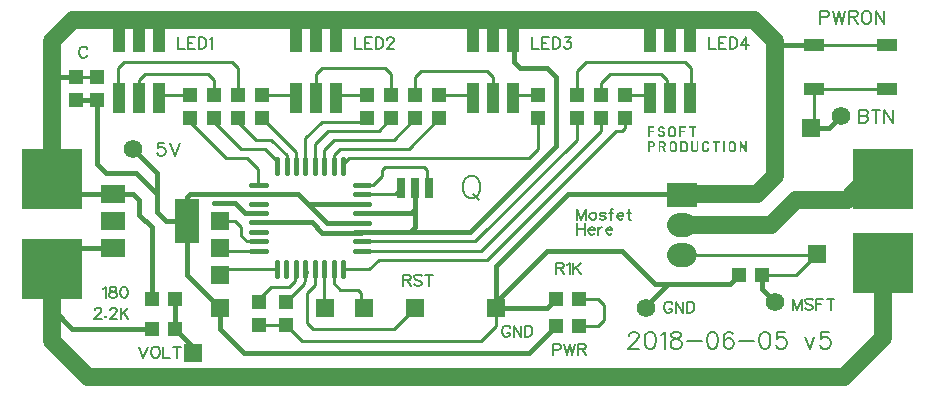
<source format=gtl>
G04 ---------------------------- Layer name :TOP LAYER*
G04 EasyEDA v5.5.11, Mon, 04 Jun 2018 22:37:14 GMT*
G04 4e3370736bcd402486d42fd13c25843b*
G04 Gerber Generator version 0.2*
G04 Scale: 100 percent, Rotated: No, Reflected: No *
G04 Dimensions in millimeters *
G04 leading zeros omitted , absolute positions ,3 integer and 3 decimal *
%FSLAX33Y33*%
%MOMM*%
G90*
G71D02*

%ADD10C,0.254000*%
%ADD11C,0.399999*%
%ADD12C,1.499997*%
%ADD13C,0.450012*%
%ADD14C,0.177800*%
%ADD15C,0.203200*%
%ADD16C,0.178003*%
%ADD17C,1.575054*%
%ADD18R,1.999996X3.799992*%
%ADD19R,1.999996X1.499997*%
%ADD20R,0.701040X1.699260*%
%ADD21R,1.799996X1.099998*%
%ADD22R,1.099998X2.499995*%
%ADD23R,1.206500X1.206500*%
%ADD24R,1.206500X1.206998*%
%ADD25R,1.206500X1.207008*%
%ADD26C,1.574800*%
%ADD27R,2.499995X1.999996*%
%ADD28R,1.574800X1.574800*%
%ADD29R,1.574800X1.575054*%
%ADD30R,1.575054X1.575054*%
%ADD31R,1.575054X1.575003*%
%ADD32R,1.999996X1.999996*%
%ADD33C,1.999996*%

%LPD*%
G54D11*
G01X7368Y24686D02*
G01X5593Y24686D01*
G01X5590Y24688D01*
G54D10*
G01X29768Y17526D02*
G01X30734Y17526D01*
G01X31496Y18288D01*
G01X31496Y18796D01*
G01X31750Y19050D01*
G01X35052Y19050D01*
G01X35306Y18796D01*
G01X35306Y17449D01*
G01X35483Y17272D01*
G01X29768Y16725D02*
G01X32550Y16725D01*
G01X33096Y17272D01*
G54D11*
G01X29768Y15925D02*
G01X25222Y15925D01*
G01X24384Y16764D01*
G01X21059Y16764D01*
G01X21031Y16736D01*
G01X29768Y14328D02*
G01X26819Y14328D01*
G01X25222Y15925D01*
G01X21031Y14338D02*
G01X25539Y14338D01*
G01X26416Y13462D01*
G01X29702Y13462D01*
G01X29768Y13528D01*
G01X29768Y15125D02*
G01X33921Y15125D01*
G01X34290Y15494D01*
G01X34290Y17272D01*
G01X29768Y13528D02*
G01X33848Y13528D01*
G01X34290Y13970D01*
G01X34290Y15494D01*
G54D10*
G01X74272Y29370D02*
G01X68072Y29370D01*
G54D12*
G01X3556Y10414D02*
G01X3556Y4318D01*
G01X6604Y1270D01*
G01X70612Y1270D01*
G01X73914Y4572D01*
G01X73914Y10922D01*
G01X3556Y17272D02*
G01X3556Y29718D01*
G01X5334Y31496D01*
G01X62992Y31496D01*
G01X64770Y29718D01*
G01X64770Y18288D01*
G01X63246Y16764D01*
G01X57023Y16764D01*
G01X56896Y16637D01*
G54D11*
G01X68072Y29370D02*
G01X64930Y29370D01*
G01X64262Y28702D01*
G54D12*
G01X56896Y14097D02*
G01X64389Y14097D01*
G01X66548Y16256D01*
G01X70866Y16256D01*
G01X73914Y19558D01*
G54D10*
G01X74272Y25669D02*
G01X68072Y25669D01*
G01X68072Y25669D02*
G01X68072Y22606D01*
G01X68326Y22352D01*
G01X56896Y11557D02*
G01X68199Y11557D01*
G01X68326Y11684D01*
G01X63703Y9906D02*
G01X66548Y9906D01*
G01X68072Y11430D01*
G01X68326Y11684D01*
G54D11*
G01X8686Y16776D02*
G01X4813Y16776D01*
G01X3556Y18034D01*
G01X8686Y12176D02*
G01X5318Y12176D01*
G01X3556Y10414D01*
G01X21031Y15135D02*
G01X19916Y15135D01*
G01X19050Y16002D01*
G01X17272Y16002D01*
G01X21031Y16736D02*
G01X15212Y16736D01*
G01X14986Y16510D01*
G01X14986Y14478D01*
G01X14986Y14478D02*
G01X14986Y9906D01*
G01X17780Y7112D01*
G01X46228Y5588D02*
G01X43942Y3302D01*
G01X19812Y3302D01*
G01X17780Y5334D01*
G01X17780Y7112D01*
G54D10*
G01X21031Y12738D02*
G01X20027Y12738D01*
G01X19558Y13208D01*
G01X19558Y13970D01*
G01X19050Y14478D01*
G01X17780Y14478D01*
G01X21031Y11938D02*
G01X18288Y11938D01*
G01X17780Y12446D01*
G01X22595Y10363D02*
G01X18237Y10363D01*
G01X17780Y9906D01*
G01X48260Y5334D02*
G01X48260Y5588D01*
G01X49784Y5588D01*
G01X50292Y6096D01*
G01X50292Y7366D01*
G01X49784Y7874D01*
G01X48511Y7874D01*
G01X9182Y29522D02*
G01X9182Y31487D01*
G01X9190Y31496D01*
G01X10881Y29522D02*
G01X10881Y31382D01*
G01X10995Y31496D01*
G01X12666Y31496D02*
G01X12666Y29607D01*
G01X12580Y29522D01*
G01X24180Y29522D02*
G01X24180Y31344D01*
G01X24029Y31496D01*
G01X25833Y31496D02*
G01X25833Y29568D01*
G01X25880Y29522D01*
G01X27581Y29522D02*
G01X27581Y31372D01*
G01X27705Y31496D01*
G01X38734Y31496D02*
G01X39182Y29522D01*
G01X39182Y29522D01*
G01X40881Y29522D02*
G01X40881Y31354D01*
G01X40739Y31496D01*
G01X42611Y31496D02*
G01X42611Y29553D01*
G01X42580Y29522D01*
G01X54180Y29522D02*
G01X54180Y31423D01*
G01X54108Y31496D01*
G01X55979Y31496D02*
G01X55979Y29622D01*
G01X55880Y29522D01*
G01X57581Y29522D02*
G01X57581Y31493D01*
G01X57583Y31496D01*
G54D11*
G01X33053Y13528D02*
G01X38928Y13528D01*
G01X46228Y20828D01*
G01X46228Y26670D01*
G01X45466Y27432D01*
G01X43180Y27432D01*
G01X42697Y27914D01*
G01X42593Y30032D01*
G54D10*
G01X24206Y19126D02*
G01X24206Y20297D01*
G01X21338Y23164D01*
G01X23406Y19126D02*
G01X23406Y20027D01*
G01X22098Y21336D01*
G01X20828Y21336D01*
G01X19306Y22857D01*
G01X19306Y23164D01*
G01X22606Y19126D02*
G01X22606Y19558D01*
G01X21590Y20574D01*
G01X19558Y20574D01*
G01X17274Y22857D01*
G01X17274Y23164D01*
G01X21031Y17536D02*
G01X21031Y18846D01*
G01X20066Y19812D01*
G01X18288Y19812D01*
G01X15242Y22857D01*
G01X15242Y23164D01*
G01X25006Y19126D02*
G01X25006Y21450D01*
G01X26416Y22860D01*
G01X29923Y22860D01*
G01X30228Y23164D01*
G01X25803Y19126D02*
G01X25803Y20977D01*
G01X26924Y22098D01*
G01X31196Y22098D01*
G01X32260Y23162D01*
G01X26603Y19126D02*
G01X26603Y20507D01*
G01X27432Y21336D01*
G01X32463Y21336D01*
G01X34292Y23164D01*
G01X27404Y19126D02*
G01X27404Y20038D01*
G01X27940Y20574D01*
G01X33733Y20574D01*
G01X36324Y23164D01*
G01X15242Y25146D02*
G01X12936Y25146D01*
G01X12621Y24831D01*
G01X21338Y25146D02*
G01X23893Y25146D01*
G01X24208Y24831D01*
G01X30228Y25146D02*
G01X27924Y25146D01*
G01X27609Y24831D01*
G01X36324Y25146D02*
G01X38879Y25146D01*
G01X39194Y24831D01*
G01X44706Y25146D02*
G01X42908Y25146D01*
G01X42593Y24831D01*
G01X52072Y25146D02*
G01X53865Y25146D01*
G01X54180Y24831D01*
G01X50040Y25146D02*
G01X50040Y26164D01*
G01X50800Y26924D01*
G01X55118Y26924D01*
G01X55626Y26416D01*
G01X55626Y25085D01*
G01X55880Y24831D01*
G01X48008Y25146D02*
G01X48008Y27180D01*
G01X48768Y27940D01*
G01X57150Y27940D01*
G01X57658Y27432D01*
G01X57658Y24907D01*
G01X57581Y24831D01*
G01X29768Y12727D02*
G01X39397Y12727D01*
G01X48006Y21336D01*
G01X48006Y23162D01*
G01X48008Y23164D01*
G01X29768Y11927D02*
G01X39867Y11927D01*
G01X50038Y22098D01*
G01X50038Y23162D01*
G01X50040Y23164D01*
G01X28194Y10363D02*
G01X30429Y10363D01*
G01X31242Y11176D01*
G01X40386Y11176D01*
G01X51308Y22098D01*
G01X51816Y22098D01*
G01X52070Y22352D01*
G01X52070Y23162D01*
G01X52072Y23164D01*
G01X28204Y19126D02*
G01X28204Y19314D01*
G01X28702Y19812D01*
G01X43942Y19812D01*
G01X44704Y20574D01*
G01X44704Y23162D01*
G01X44706Y23164D01*
G01X34292Y25146D02*
G01X34290Y26670D01*
G01X34798Y27178D01*
G01X40386Y27178D01*
G01X40894Y26670D01*
G01X40894Y24831D01*
G01X32260Y25143D02*
G01X32258Y26924D01*
G01X31750Y27432D01*
G01X26416Y27432D01*
G01X25908Y26924D01*
G01X25908Y24831D01*
G01X10922Y24831D02*
G01X10922Y26416D01*
G01X11430Y26924D01*
G01X16764Y26924D01*
G01X17272Y26416D01*
G01X17272Y25148D01*
G01X17274Y25146D01*
G01X19306Y25146D02*
G01X19306Y27429D01*
G01X18796Y27940D01*
G01X9652Y27940D01*
G01X9144Y27432D01*
G01X9144Y24909D01*
G01X9222Y24831D01*
G54D11*
G01X5336Y26670D02*
G01X3711Y26670D01*
G01X3556Y26825D01*
G01X41148Y7112D02*
G01X41148Y10668D01*
G01X47244Y16764D01*
G01X56769Y16764D01*
G01X56896Y16637D01*
G01X41148Y7112D02*
G01X40640Y7112D01*
G01X45466Y11938D01*
G01X51816Y11938D01*
G01X54610Y9144D01*
G01X60962Y9144D01*
G01X61724Y9903D01*
G54D10*
G01X7368Y26667D02*
G01X5593Y26667D01*
G01X5590Y26670D01*
G01X27393Y10363D02*
G01X27393Y9182D01*
G01X27940Y8636D01*
G01X29464Y8636D01*
G01X29718Y8382D01*
G01X29718Y7366D01*
G01X29972Y7112D01*
G01X26593Y10363D02*
G01X26593Y7188D01*
G01X26670Y7112D01*
G01X25793Y10363D02*
G01X25793Y9029D01*
G01X25146Y8382D01*
G01X25146Y5842D01*
G01X25654Y5334D01*
G01X32512Y5334D01*
G01X34290Y7112D01*
G01X41148Y7112D02*
G01X41148Y5588D01*
G01X39878Y4318D01*
G01X24691Y4318D01*
G01X23370Y5638D01*
G01X21083Y5637D02*
G01X23371Y5637D01*
G01X23371Y7618D02*
G01X23371Y7623D01*
G01X24892Y9144D01*
G01X25146Y10213D01*
G01X24996Y10363D01*
G01X21083Y7618D02*
G01X21083Y7875D01*
G01X22098Y8890D01*
G01X23622Y8890D01*
G01X24130Y9398D01*
G01X24130Y10297D01*
G01X24196Y10363D01*
G54D11*
G01X14986Y14478D02*
G01X13208Y14478D01*
G01X12446Y15240D01*
G01X12446Y16764D01*
G01X10668Y18542D01*
G01X8128Y18542D01*
G01X7366Y19304D01*
G01X7366Y24686D01*
G01X7367Y24687D01*
G01X12446Y16764D02*
G01X12446Y18542D01*
G01X10414Y20574D01*
G01X68326Y22352D02*
G01X69342Y22352D01*
G01X70358Y23368D01*
G01X63704Y9904D02*
G01X63704Y8685D01*
G01X64770Y7620D01*
G01X53848Y7112D02*
G01X53713Y7112D01*
G01X55745Y9144D01*
G01X11990Y7872D02*
G01X11990Y13917D01*
G01X10922Y14986D01*
G01X10922Y16256D01*
G01X10414Y16764D01*
G01X8699Y16764D01*
G01X8685Y16777D01*
G01X15494Y3302D02*
G01X15494Y3810D01*
G01X13971Y5332D01*
G01X13971Y5332D02*
G01X13971Y7872D01*
G01X11990Y5332D02*
G01X5282Y5332D01*
G01X3556Y7058D01*
G01X41148Y7112D02*
G01X45463Y7112D01*
G01X46226Y7875D01*
G54D13*
G01X28194Y9763D02*
G01X28194Y10962D01*
G01X27393Y9763D02*
G01X27393Y10962D01*
G01X26593Y9763D02*
G01X26593Y10962D01*
G01X25793Y9763D02*
G01X25793Y10962D01*
G01X24996Y9763D02*
G01X24996Y10962D01*
G01X24196Y9763D02*
G01X24196Y10962D01*
G01X23395Y9763D02*
G01X23395Y10962D01*
G01X22595Y9763D02*
G01X22595Y10962D01*
G01X21630Y11938D02*
G01X20431Y11938D01*
G01X21630Y12738D02*
G01X20431Y12738D01*
G01X21630Y13538D02*
G01X20431Y13538D01*
G01X21630Y14338D02*
G01X20431Y14338D01*
G01X21630Y15135D02*
G01X20431Y15135D01*
G01X21630Y15935D02*
G01X20431Y15935D01*
G01X21630Y16736D02*
G01X20431Y16736D01*
G01X21630Y17536D02*
G01X20431Y17536D01*
G01X22606Y18526D02*
G01X22606Y19725D01*
G01X23406Y18526D02*
G01X23406Y19725D01*
G01X24206Y18526D02*
G01X24206Y19725D01*
G01X25006Y18526D02*
G01X25006Y19725D01*
G01X25803Y18526D02*
G01X25803Y19725D01*
G01X26603Y18526D02*
G01X26603Y19725D01*
G01X27404Y18526D02*
G01X27404Y19725D01*
G01X28204Y18526D02*
G01X28204Y19725D01*
G01X30368Y17526D02*
G01X29169Y17526D01*
G01X30368Y16725D02*
G01X29169Y16725D01*
G01X30368Y15925D02*
G01X29169Y15925D01*
G01X30368Y15125D02*
G01X29169Y15125D01*
G01X30368Y14328D02*
G01X29169Y14328D01*
G01X30368Y13528D02*
G01X29169Y13528D01*
G01X30368Y12727D02*
G01X29169Y12727D01*
G01X30368Y11927D02*
G01X29169Y11927D01*
G54D14*
G01X68580Y32257D02*
G01X68580Y31168D01*
G01X68580Y32257D02*
G01X69047Y32257D01*
G01X69202Y32207D01*
G01X69255Y32156D01*
G01X69306Y32052D01*
G01X69306Y31894D01*
G01X69255Y31790D01*
G01X69202Y31739D01*
G01X69047Y31686D01*
G01X68580Y31686D01*
G01X69649Y32257D02*
G01X69910Y31168D01*
G01X70170Y32257D02*
G01X69910Y31168D01*
G01X70170Y32257D02*
G01X70429Y31168D01*
G01X70688Y32257D02*
G01X70429Y31168D01*
G01X71031Y32257D02*
G01X71031Y31168D01*
G01X71031Y32257D02*
G01X71501Y32257D01*
G01X71655Y32207D01*
G01X71706Y32156D01*
G01X71760Y32052D01*
G01X71760Y31948D01*
G01X71706Y31843D01*
G01X71655Y31790D01*
G01X71501Y31739D01*
G01X71031Y31739D01*
G01X71396Y31739D02*
G01X71760Y31168D01*
G01X72415Y32257D02*
G01X72311Y32207D01*
G01X72207Y32103D01*
G01X72153Y31998D01*
G01X72102Y31843D01*
G01X72102Y31584D01*
G01X72153Y31427D01*
G01X72207Y31323D01*
G01X72311Y31219D01*
G01X72415Y31168D01*
G01X72621Y31168D01*
G01X72725Y31219D01*
G01X72829Y31323D01*
G01X72882Y31427D01*
G01X72933Y31584D01*
G01X72933Y31843D01*
G01X72882Y31998D01*
G01X72829Y32103D01*
G01X72725Y32207D01*
G01X72621Y32257D01*
G01X72415Y32257D01*
G01X73276Y32257D02*
G01X73276Y31168D01*
G01X73276Y32257D02*
G01X74002Y31168D01*
G01X74002Y32257D02*
G01X74002Y31168D01*
G54D15*
G01X52392Y4739D02*
G01X52392Y4808D01*
G01X52461Y4942D01*
G01X52529Y5011D01*
G01X52664Y5080D01*
G01X52938Y5080D01*
G01X53073Y5011D01*
G01X53141Y4942D01*
G01X53210Y4808D01*
G01X53210Y4671D01*
G01X53141Y4533D01*
G01X53004Y4330D01*
G01X52324Y3647D01*
G01X53279Y3647D01*
G01X54137Y5080D02*
G01X53931Y5011D01*
G01X53797Y4808D01*
G01X53728Y4467D01*
G01X53728Y4262D01*
G01X53797Y3921D01*
G01X53931Y3716D01*
G01X54137Y3647D01*
G01X54274Y3647D01*
G01X54477Y3716D01*
G01X54615Y3921D01*
G01X54683Y4262D01*
G01X54683Y4467D01*
G01X54615Y4808D01*
G01X54477Y5011D01*
G01X54274Y5080D01*
G01X54137Y5080D01*
G01X55133Y4808D02*
G01X55270Y4876D01*
G01X55473Y5080D01*
G01X55473Y3647D01*
G01X56266Y5080D02*
G01X56060Y5011D01*
G01X55991Y4876D01*
G01X55991Y4739D01*
G01X56060Y4602D01*
G01X56197Y4533D01*
G01X56469Y4467D01*
G01X56675Y4399D01*
G01X56809Y4262D01*
G01X56878Y4124D01*
G01X56878Y3921D01*
G01X56809Y3784D01*
G01X56741Y3716D01*
G01X56537Y3647D01*
G01X56266Y3647D01*
G01X56060Y3716D01*
G01X55991Y3784D01*
G01X55923Y3921D01*
G01X55923Y4124D01*
G01X55991Y4262D01*
G01X56128Y4399D01*
G01X56332Y4467D01*
G01X56606Y4533D01*
G01X56741Y4602D01*
G01X56809Y4739D01*
G01X56809Y4876D01*
G01X56741Y5011D01*
G01X56537Y5080D01*
G01X56266Y5080D01*
G01X57327Y4262D02*
G01X58554Y4262D01*
G01X59415Y5080D02*
G01X59209Y5011D01*
G01X59072Y4808D01*
G01X59006Y4467D01*
G01X59006Y4262D01*
G01X59072Y3921D01*
G01X59209Y3716D01*
G01X59415Y3647D01*
G01X59550Y3647D01*
G01X59756Y3716D01*
G01X59893Y3921D01*
G01X59959Y4262D01*
G01X59959Y4467D01*
G01X59893Y4808D01*
G01X59756Y5011D01*
G01X59550Y5080D01*
G01X59415Y5080D01*
G01X61229Y4876D02*
G01X61160Y5011D01*
G01X60954Y5080D01*
G01X60820Y5080D01*
G01X60614Y5011D01*
G01X60477Y4808D01*
G01X60411Y4467D01*
G01X60411Y4124D01*
G01X60477Y3853D01*
G01X60614Y3716D01*
G01X60820Y3647D01*
G01X60888Y3647D01*
G01X61092Y3716D01*
G01X61229Y3853D01*
G01X61297Y4056D01*
G01X61297Y4124D01*
G01X61229Y4330D01*
G01X61092Y4467D01*
G01X60888Y4533D01*
G01X60820Y4533D01*
G01X60614Y4467D01*
G01X60477Y4330D01*
G01X60411Y4124D01*
G01X61747Y4262D02*
G01X62974Y4262D01*
G01X63832Y5080D02*
G01X63629Y5011D01*
G01X63492Y4808D01*
G01X63423Y4467D01*
G01X63423Y4262D01*
G01X63492Y3921D01*
G01X63629Y3716D01*
G01X63832Y3647D01*
G01X63969Y3647D01*
G01X64173Y3716D01*
G01X64310Y3921D01*
G01X64378Y4262D01*
G01X64378Y4467D01*
G01X64310Y4808D01*
G01X64173Y5011D01*
G01X63969Y5080D01*
G01X63832Y5080D01*
G01X65646Y5080D02*
G01X64965Y5080D01*
G01X64897Y4467D01*
G01X64965Y4533D01*
G01X65168Y4602D01*
G01X65374Y4602D01*
G01X65577Y4533D01*
G01X65714Y4399D01*
G01X65783Y4193D01*
G01X65783Y4056D01*
G01X65714Y3853D01*
G01X65577Y3716D01*
G01X65374Y3647D01*
G01X65168Y3647D01*
G01X64965Y3716D01*
G01X64897Y3784D01*
G01X64828Y3921D01*
G01X67282Y4602D02*
G01X67691Y3647D01*
G01X68102Y4602D02*
G01X67691Y3647D01*
G01X69369Y5080D02*
G01X68686Y5080D01*
G01X68620Y4467D01*
G01X68686Y4533D01*
G01X68892Y4602D01*
G01X69095Y4602D01*
G01X69301Y4533D01*
G01X69438Y4399D01*
G01X69504Y4193D01*
G01X69504Y4056D01*
G01X69438Y3853D01*
G01X69301Y3716D01*
G01X69095Y3647D01*
G01X68892Y3647D01*
G01X68686Y3716D01*
G01X68620Y3784D01*
G01X68552Y3921D01*
G54D14*
G01X13068Y21082D02*
G01X12550Y21082D01*
G01X12496Y20614D01*
G01X12550Y20667D01*
G01X12705Y20718D01*
G01X12862Y20718D01*
G01X13017Y20667D01*
G01X13121Y20563D01*
G01X13172Y20408D01*
G01X13172Y20304D01*
G01X13121Y20147D01*
G01X13017Y20043D01*
G01X12862Y19992D01*
G01X12705Y19992D01*
G01X12550Y20043D01*
G01X12496Y20096D01*
G01X12446Y20200D01*
G01X13515Y21082D02*
G01X13931Y19992D01*
G01X14348Y21082D02*
G01X13931Y19992D01*
G01X56052Y7391D02*
G01X56009Y7482D01*
G01X55918Y7574D01*
G01X55826Y7620D01*
G01X55643Y7620D01*
G01X55554Y7574D01*
G01X55463Y7482D01*
G01X55417Y7391D01*
G01X55372Y7256D01*
G01X55372Y7028D01*
G01X55417Y6891D01*
G01X55463Y6802D01*
G01X55554Y6710D01*
G01X55643Y6664D01*
G01X55826Y6664D01*
G01X55918Y6710D01*
G01X56009Y6802D01*
G01X56052Y6891D01*
G01X56052Y7028D01*
G01X55826Y7028D02*
G01X56052Y7028D01*
G01X56354Y7620D02*
G01X56354Y6664D01*
G01X56354Y7620D02*
G01X56989Y6664D01*
G01X56989Y7620D02*
G01X56989Y6664D01*
G01X57289Y7620D02*
G01X57289Y6664D01*
G01X57289Y7620D02*
G01X57607Y7620D01*
G01X57744Y7574D01*
G01X57835Y7482D01*
G01X57881Y7391D01*
G01X57927Y7256D01*
G01X57927Y7028D01*
G01X57881Y6891D01*
G01X57835Y6802D01*
G01X57744Y6710D01*
G01X57607Y6664D01*
G01X57289Y6664D01*
G01X66294Y7874D02*
G01X66294Y6918D01*
G01X66294Y7874D02*
G01X66657Y6918D01*
G01X67020Y7874D02*
G01X66657Y6918D01*
G01X67020Y7874D02*
G01X67020Y6918D01*
G01X67957Y7736D02*
G01X67866Y7828D01*
G01X67729Y7874D01*
G01X67548Y7874D01*
G01X67411Y7828D01*
G01X67320Y7736D01*
G01X67320Y7645D01*
G01X67365Y7553D01*
G01X67411Y7510D01*
G01X67503Y7465D01*
G01X67774Y7373D01*
G01X67866Y7327D01*
G01X67911Y7282D01*
G01X67957Y7190D01*
G01X67957Y7056D01*
G01X67866Y6964D01*
G01X67729Y6918D01*
G01X67548Y6918D01*
G01X67411Y6964D01*
G01X67320Y7056D01*
G01X68257Y7874D02*
G01X68257Y6918D01*
G01X68257Y7874D02*
G01X68849Y7874D01*
G01X68257Y7419D02*
G01X68620Y7419D01*
G01X69466Y7874D02*
G01X69466Y6918D01*
G01X69148Y7874D02*
G01X69783Y7874D01*
G01X71882Y23876D02*
G01X71882Y22786D01*
G01X71882Y23876D02*
G01X72349Y23876D01*
G01X72504Y23825D01*
G01X72557Y23774D01*
G01X72608Y23670D01*
G01X72608Y23566D01*
G01X72557Y23461D01*
G01X72504Y23408D01*
G01X72349Y23357D01*
G01X71882Y23357D02*
G01X72349Y23357D01*
G01X72504Y23304D01*
G01X72557Y23253D01*
G01X72608Y23149D01*
G01X72608Y22994D01*
G01X72557Y22890D01*
G01X72504Y22837D01*
G01X72349Y22786D01*
G01X71882Y22786D01*
G01X73317Y23876D02*
G01X73317Y22786D01*
G01X72951Y23876D02*
G01X73680Y23876D01*
G01X74023Y23876D02*
G01X74023Y22786D01*
G01X74023Y23876D02*
G01X74749Y22786D01*
G01X74749Y23876D02*
G01X74749Y22786D01*

%LPD*%
G36*
G01X57889Y21590D02*
G01X57739Y21590D01*
G01X57739Y22339D01*
G01X57513Y22339D01*
G01X57513Y22489D01*
G01X58115Y22489D01*
G01X58115Y22339D01*
G01X57889Y22339D01*
G01X57889Y21590D01*
G37*

%LPC*%

%LPD*%
G36*
G01X56824Y21590D02*
G01X56675Y21590D01*
G01X56675Y22489D01*
G01X57213Y22489D01*
G01X57213Y22352D01*
G01X56824Y22352D01*
G01X56824Y22115D01*
G01X57157Y22115D01*
G01X57157Y21976D01*
G01X56824Y21976D01*
G01X56824Y21590D01*
G37*

%LPC*%

%LPD*%
G36*
G01X56210Y21590D02*
G01X55902Y21590D01*
G01X55745Y21739D01*
G01X55745Y22339D01*
G01X55902Y22489D01*
G01X56215Y22489D01*
G01X56372Y22339D01*
G01X56372Y21739D01*
G01X56210Y21590D01*
G37*

%LPC*%
G36*
G01X55895Y21795D02*
G01X55966Y21732D01*
G01X56151Y21732D01*
G01X56215Y21795D01*
G01X56215Y22280D01*
G01X56151Y22352D01*
G01X55966Y22352D01*
G01X55895Y22280D01*
G01X55895Y21795D01*
G37*

%LPD*%
G36*
G01X55295Y21590D02*
G01X54988Y21590D01*
G01X54838Y21739D01*
G01X54838Y21859D01*
G01X54988Y21859D01*
G01X54988Y21800D01*
G01X55049Y21739D01*
G01X55234Y21739D01*
G01X55295Y21800D01*
G01X55295Y21902D01*
G01X55234Y21965D01*
G01X54988Y21965D01*
G01X54838Y22115D01*
G01X54838Y22339D01*
G01X54988Y22489D01*
G01X55295Y22489D01*
G01X55445Y22339D01*
G01X55445Y22227D01*
G01X55295Y22227D01*
G01X55295Y22278D01*
G01X55234Y22339D01*
G01X55049Y22339D01*
G01X54988Y22278D01*
G01X54988Y22176D01*
G01X55049Y22115D01*
G01X55295Y22115D01*
G01X55445Y21965D01*
G01X55445Y21739D01*
G01X55295Y21590D01*
G37*

%LPC*%

%LPD*%
G36*
G01X54147Y21590D02*
G01X53997Y21590D01*
G01X53997Y22489D01*
G01X54538Y22489D01*
G01X54538Y22352D01*
G01X54147Y22352D01*
G01X54147Y22115D01*
G01X54483Y22115D01*
G01X54483Y21976D01*
G01X54147Y21976D01*
G01X54147Y21590D01*
G37*

%LPC*%

%LPD*%
G01X33274Y9906D02*
G01X33274Y8950D01*
G01X33274Y9906D02*
G01X33682Y9906D01*
G01X33820Y9860D01*
G01X33865Y9814D01*
G01X33911Y9723D01*
G01X33911Y9631D01*
G01X33865Y9542D01*
G01X33820Y9497D01*
G01X33682Y9451D01*
G01X33274Y9451D01*
G01X33591Y9451D02*
G01X33911Y8950D01*
G01X34846Y9768D02*
G01X34754Y9860D01*
G01X34620Y9906D01*
G01X34437Y9906D01*
G01X34300Y9860D01*
G01X34211Y9768D01*
G01X34211Y9677D01*
G01X34256Y9585D01*
G01X34300Y9542D01*
G01X34391Y9497D01*
G01X34665Y9405D01*
G01X34754Y9359D01*
G01X34800Y9314D01*
G01X34846Y9222D01*
G01X34846Y9088D01*
G01X34754Y8996D01*
G01X34620Y8950D01*
G01X34437Y8950D01*
G01X34300Y8996D01*
G01X34211Y9088D01*
G01X35466Y9906D02*
G01X35466Y8950D01*
G01X35145Y9906D02*
G01X35783Y9906D01*
G01X42336Y5359D02*
G01X42293Y5450D01*
G01X42202Y5542D01*
G01X42110Y5588D01*
G01X41927Y5588D01*
G01X41838Y5542D01*
G01X41747Y5450D01*
G01X41701Y5359D01*
G01X41656Y5224D01*
G01X41656Y4996D01*
G01X41701Y4859D01*
G01X41747Y4770D01*
G01X41838Y4678D01*
G01X41927Y4632D01*
G01X42110Y4632D01*
G01X42202Y4678D01*
G01X42293Y4770D01*
G01X42336Y4859D01*
G01X42336Y4996D01*
G01X42110Y4996D02*
G01X42336Y4996D01*
G01X42638Y5588D02*
G01X42638Y4632D01*
G01X42638Y5588D02*
G01X43273Y4632D01*
G01X43273Y5588D02*
G01X43273Y4632D01*
G01X43573Y5588D02*
G01X43573Y4632D01*
G01X43573Y5588D02*
G01X43891Y5588D01*
G01X44028Y5542D01*
G01X44119Y5450D01*
G01X44165Y5359D01*
G01X44211Y5224D01*
G01X44211Y4996D01*
G01X44165Y4859D01*
G01X44119Y4770D01*
G01X44028Y4678D01*
G01X43891Y4632D01*
G01X43573Y4632D01*
G01X10922Y3810D02*
G01X11285Y2854D01*
G01X11648Y3810D02*
G01X11285Y2854D01*
G01X12222Y3810D02*
G01X12131Y3764D01*
G01X12039Y3672D01*
G01X11993Y3581D01*
G01X11948Y3446D01*
G01X11948Y3218D01*
G01X11993Y3081D01*
G01X12039Y2992D01*
G01X12131Y2900D01*
G01X12222Y2854D01*
G01X12402Y2854D01*
G01X12494Y2900D01*
G01X12585Y2992D01*
G01X12631Y3081D01*
G01X12677Y3218D01*
G01X12677Y3446D01*
G01X12631Y3581D01*
G01X12585Y3672D01*
G01X12494Y3764D01*
G01X12402Y3810D01*
G01X12222Y3810D01*
G01X12976Y3810D02*
G01X12976Y2854D01*
G01X12976Y2854D02*
G01X13522Y2854D01*
G01X14140Y3810D02*
G01X14140Y2854D01*
G01X13822Y3810D02*
G01X14457Y3810D01*
G01X14224Y30010D02*
G01X14224Y29055D01*
G01X14224Y29055D02*
G01X14770Y29055D01*
G01X15069Y30010D02*
G01X15069Y29055D01*
G01X15069Y30010D02*
G01X15659Y30010D01*
G01X15069Y29555D02*
G01X15433Y29555D01*
G01X15069Y29055D02*
G01X15659Y29055D01*
G01X15961Y30010D02*
G01X15961Y29055D01*
G01X15961Y30010D02*
G01X16278Y30010D01*
G01X16416Y29964D01*
G01X16504Y29872D01*
G01X16550Y29781D01*
G01X16596Y29646D01*
G01X16596Y29418D01*
G01X16550Y29281D01*
G01X16504Y29192D01*
G01X16416Y29100D01*
G01X16278Y29055D01*
G01X15961Y29055D01*
G01X16896Y29827D02*
G01X16987Y29872D01*
G01X17124Y30010D01*
G01X17124Y29055D01*
G01X29210Y30010D02*
G01X29210Y29055D01*
G01X29210Y29055D02*
G01X29756Y29055D01*
G01X30055Y30010D02*
G01X30055Y29055D01*
G01X30055Y30010D02*
G01X30645Y30010D01*
G01X30055Y29555D02*
G01X30419Y29555D01*
G01X30055Y29055D02*
G01X30645Y29055D01*
G01X30947Y30010D02*
G01X30947Y29055D01*
G01X30947Y30010D02*
G01X31264Y30010D01*
G01X31402Y29964D01*
G01X31490Y29872D01*
G01X31536Y29781D01*
G01X31582Y29646D01*
G01X31582Y29418D01*
G01X31536Y29281D01*
G01X31490Y29192D01*
G01X31402Y29100D01*
G01X31264Y29055D01*
G01X30947Y29055D01*
G01X31927Y29781D02*
G01X31927Y29827D01*
G01X31973Y29918D01*
G01X32019Y29964D01*
G01X32110Y30010D01*
G01X32291Y30010D01*
G01X32382Y29964D01*
G01X32428Y29918D01*
G01X32473Y29827D01*
G01X32473Y29735D01*
G01X32428Y29646D01*
G01X32336Y29509D01*
G01X31882Y29055D01*
G01X32519Y29055D01*
G01X44196Y30010D02*
G01X44196Y29055D01*
G01X44196Y29055D02*
G01X44742Y29055D01*
G01X45041Y30010D02*
G01X45041Y29055D01*
G01X45041Y30010D02*
G01X45631Y30010D01*
G01X45041Y29555D02*
G01X45405Y29555D01*
G01X45041Y29055D02*
G01X45631Y29055D01*
G01X45933Y30010D02*
G01X45933Y29055D01*
G01X45933Y30010D02*
G01X46250Y30010D01*
G01X46388Y29964D01*
G01X46476Y29872D01*
G01X46522Y29781D01*
G01X46568Y29646D01*
G01X46568Y29418D01*
G01X46522Y29281D01*
G01X46476Y29192D01*
G01X46388Y29100D01*
G01X46250Y29055D01*
G01X45933Y29055D01*
G01X46959Y30010D02*
G01X47459Y30010D01*
G01X47188Y29646D01*
G01X47322Y29646D01*
G01X47414Y29601D01*
G01X47459Y29555D01*
G01X47505Y29418D01*
G01X47505Y29326D01*
G01X47459Y29192D01*
G01X47368Y29100D01*
G01X47231Y29055D01*
G01X47096Y29055D01*
G01X46959Y29100D01*
G01X46913Y29146D01*
G01X46868Y29237D01*
G01X59182Y30010D02*
G01X59182Y29055D01*
G01X59182Y29055D02*
G01X59728Y29055D01*
G01X60027Y30010D02*
G01X60027Y29055D01*
G01X60027Y30010D02*
G01X60617Y30010D01*
G01X60027Y29555D02*
G01X60391Y29555D01*
G01X60027Y29055D02*
G01X60617Y29055D01*
G01X60919Y30010D02*
G01X60919Y29055D01*
G01X60919Y30010D02*
G01X61236Y30010D01*
G01X61374Y29964D01*
G01X61462Y29872D01*
G01X61508Y29781D01*
G01X61554Y29646D01*
G01X61554Y29418D01*
G01X61508Y29281D01*
G01X61462Y29192D01*
G01X61374Y29100D01*
G01X61236Y29055D01*
G01X60919Y29055D01*
G01X62308Y30010D02*
G01X61854Y29372D01*
G01X62537Y29372D01*
G01X62308Y30010D02*
G01X62308Y29055D01*
G01X38900Y18288D02*
G01X38717Y18196D01*
G01X38536Y18013D01*
G01X38445Y17833D01*
G01X38354Y17559D01*
G01X38354Y17104D01*
G01X38445Y16832D01*
G01X38536Y16649D01*
G01X38717Y16469D01*
G01X38900Y16377D01*
G01X39263Y16377D01*
G01X39443Y16469D01*
G01X39626Y16649D01*
G01X39717Y16832D01*
G01X39809Y17104D01*
G01X39809Y17559D01*
G01X39717Y17833D01*
G01X39626Y18013D01*
G01X39443Y18196D01*
G01X39263Y18288D01*
G01X38900Y18288D01*
G01X39171Y16741D02*
G01X39717Y16195D01*
G01X7874Y8707D02*
G01X7965Y8752D01*
G01X8100Y8890D01*
G01X8100Y7934D01*
G01X8628Y8890D02*
G01X8491Y8844D01*
G01X8445Y8752D01*
G01X8445Y8661D01*
G01X8491Y8569D01*
G01X8582Y8526D01*
G01X8765Y8481D01*
G01X8900Y8435D01*
G01X8991Y8343D01*
G01X9037Y8252D01*
G01X9037Y8117D01*
G01X8991Y8026D01*
G01X8945Y7980D01*
G01X8811Y7934D01*
G01X8628Y7934D01*
G01X8491Y7980D01*
G01X8445Y8026D01*
G01X8402Y8117D01*
G01X8402Y8252D01*
G01X8445Y8343D01*
G01X8536Y8435D01*
G01X8674Y8481D01*
G01X8856Y8526D01*
G01X8945Y8569D01*
G01X8991Y8661D01*
G01X8991Y8752D01*
G01X8945Y8844D01*
G01X8811Y8890D01*
G01X8628Y8890D01*
G01X9611Y8890D02*
G01X9474Y8844D01*
G01X9382Y8707D01*
G01X9337Y8481D01*
G01X9337Y8343D01*
G01X9382Y8117D01*
G01X9474Y7980D01*
G01X9611Y7934D01*
G01X9700Y7934D01*
G01X9837Y7980D01*
G01X9928Y8117D01*
G01X9974Y8343D01*
G01X9974Y8481D01*
G01X9928Y8707D01*
G01X9837Y8844D01*
G01X9700Y8890D01*
G01X9611Y8890D01*
G01X7157Y6883D02*
G01X7157Y6929D01*
G01X7203Y7020D01*
G01X7249Y7066D01*
G01X7338Y7112D01*
G01X7520Y7112D01*
G01X7612Y7066D01*
G01X7658Y7020D01*
G01X7703Y6929D01*
G01X7703Y6837D01*
G01X7658Y6748D01*
G01X7566Y6611D01*
G01X7112Y6156D01*
G01X7749Y6156D01*
G01X8094Y6383D02*
G01X8049Y6339D01*
G01X8094Y6294D01*
G01X8138Y6339D01*
G01X8094Y6383D01*
G01X8483Y6883D02*
G01X8483Y6929D01*
G01X8529Y7020D01*
G01X8575Y7066D01*
G01X8666Y7112D01*
G01X8849Y7112D01*
G01X8938Y7066D01*
G01X8983Y7020D01*
G01X9029Y6929D01*
G01X9029Y6837D01*
G01X8983Y6748D01*
G01X8895Y6611D01*
G01X8440Y6156D01*
G01X9075Y6156D01*
G01X9375Y7112D02*
G01X9375Y6156D01*
G01X10012Y7112D02*
G01X9375Y6474D01*
G01X9603Y6703D02*
G01X10012Y6156D01*
G01X6522Y28981D02*
G01X6479Y29072D01*
G01X6388Y29164D01*
G01X6296Y29210D01*
G01X6113Y29210D01*
G01X6024Y29164D01*
G01X5933Y29072D01*
G01X5887Y28981D01*
G01X5842Y28846D01*
G01X5842Y28618D01*
G01X5887Y28481D01*
G01X5933Y28392D01*
G01X6024Y28300D01*
G01X6113Y28254D01*
G01X6296Y28254D01*
G01X6388Y28300D01*
G01X6479Y28392D01*
G01X6522Y28481D01*
G54D16*
G01X48006Y15494D02*
G01X48006Y14538D01*
G01X48006Y15494D02*
G01X48369Y14538D01*
G01X48732Y15494D02*
G01X48369Y14538D01*
G01X48732Y15494D02*
G01X48732Y14538D01*
G01X49260Y15173D02*
G01X49169Y15130D01*
G01X49077Y15039D01*
G01X49032Y14902D01*
G01X49032Y14810D01*
G01X49077Y14676D01*
G01X49169Y14584D01*
G01X49260Y14538D01*
G01X49397Y14538D01*
G01X49486Y14584D01*
G01X49578Y14676D01*
G01X49623Y14810D01*
G01X49623Y14902D01*
G01X49578Y15039D01*
G01X49486Y15130D01*
G01X49397Y15173D01*
G01X49260Y15173D01*
G01X50424Y15039D02*
G01X50378Y15130D01*
G01X50241Y15173D01*
G01X50106Y15173D01*
G01X49969Y15130D01*
G01X49923Y15039D01*
G01X49969Y14947D01*
G01X50060Y14902D01*
G01X50286Y14856D01*
G01X50378Y14810D01*
G01X50424Y14721D01*
G01X50424Y14676D01*
G01X50378Y14584D01*
G01X50241Y14538D01*
G01X50106Y14538D01*
G01X49969Y14584D01*
G01X49923Y14676D01*
G01X51087Y15494D02*
G01X50998Y15494D01*
G01X50906Y15448D01*
G01X50860Y15311D01*
G01X50860Y14538D01*
G01X50723Y15173D02*
G01X51041Y15173D01*
G01X51386Y14902D02*
G01X51932Y14902D01*
G01X51932Y14993D01*
G01X51887Y15085D01*
G01X51841Y15130D01*
G01X51752Y15173D01*
G01X51615Y15173D01*
G01X51523Y15130D01*
G01X51432Y15039D01*
G01X51386Y14902D01*
G01X51386Y14810D01*
G01X51432Y14676D01*
G01X51523Y14584D01*
G01X51615Y14538D01*
G01X51752Y14538D01*
G01X51841Y14584D01*
G01X51932Y14676D01*
G01X52369Y15494D02*
G01X52369Y14721D01*
G01X52415Y14584D01*
G01X52506Y14538D01*
G01X52595Y14538D01*
G01X52232Y15173D02*
G01X52552Y15173D01*
G54D14*
G01X45974Y4064D02*
G01X45974Y3108D01*
G01X45974Y4064D02*
G01X46382Y4064D01*
G01X46520Y4018D01*
G01X46565Y3972D01*
G01X46611Y3881D01*
G01X46611Y3743D01*
G01X46565Y3655D01*
G01X46520Y3609D01*
G01X46382Y3563D01*
G01X45974Y3563D01*
G01X46911Y4064D02*
G01X47137Y3108D01*
G01X47365Y4064D02*
G01X47137Y3108D01*
G01X47365Y4064D02*
G01X47591Y3108D01*
G01X47820Y4064D02*
G01X47591Y3108D01*
G01X48120Y4064D02*
G01X48120Y3108D01*
G01X48120Y4064D02*
G01X48529Y4064D01*
G01X48663Y4018D01*
G01X48709Y3972D01*
G01X48755Y3881D01*
G01X48755Y3789D01*
G01X48709Y3700D01*
G01X48663Y3655D01*
G01X48529Y3609D01*
G01X48120Y3609D01*
G01X48437Y3609D02*
G01X48755Y3108D01*
G01X46228Y10922D02*
G01X46228Y9966D01*
G01X46228Y10922D02*
G01X46636Y10922D01*
G01X46774Y10876D01*
G01X46819Y10830D01*
G01X46865Y10739D01*
G01X46865Y10647D01*
G01X46819Y10558D01*
G01X46774Y10513D01*
G01X46636Y10467D01*
G01X46228Y10467D01*
G01X46545Y10467D02*
G01X46865Y9966D01*
G01X47165Y10739D02*
G01X47254Y10784D01*
G01X47391Y10922D01*
G01X47391Y9966D01*
G01X47691Y10922D02*
G01X47691Y9966D01*
G01X48328Y10922D02*
G01X47691Y10284D01*
G01X47919Y10513D02*
G01X48328Y9966D01*
G01X48006Y14262D02*
G01X48006Y13307D01*
G01X48643Y14262D02*
G01X48643Y13307D01*
G01X48006Y13807D02*
G01X48643Y13807D01*
G01X48943Y13670D02*
G01X49486Y13670D01*
G01X49486Y13761D01*
G01X49441Y13853D01*
G01X49397Y13898D01*
G01X49306Y13942D01*
G01X49169Y13942D01*
G01X49077Y13898D01*
G01X48988Y13807D01*
G01X48943Y13670D01*
G01X48943Y13578D01*
G01X48988Y13444D01*
G01X49077Y13352D01*
G01X49169Y13307D01*
G01X49306Y13307D01*
G01X49397Y13352D01*
G01X49486Y13444D01*
G01X49789Y13942D02*
G01X49789Y13307D01*
G01X49789Y13670D02*
G01X49832Y13807D01*
G01X49923Y13898D01*
G01X50015Y13942D01*
G01X50152Y13942D01*
G01X50452Y13670D02*
G01X50998Y13670D01*
G01X50998Y13761D01*
G01X50952Y13853D01*
G01X50906Y13898D01*
G01X50815Y13942D01*
G01X50678Y13942D01*
G01X50586Y13898D01*
G01X50497Y13807D01*
G01X50452Y13670D01*
G01X50452Y13578D01*
G01X50497Y13444D01*
G01X50586Y13352D01*
G01X50678Y13307D01*
G01X50815Y13307D01*
G01X50906Y13352D01*
G01X50998Y13444D01*

%LPD*%
G36*
G01X61912Y20320D02*
G01X61762Y20320D01*
G01X61762Y21219D01*
G01X61912Y21219D01*
G01X62212Y20645D01*
G01X62212Y21219D01*
G01X62362Y21219D01*
G01X62362Y20320D01*
G01X62212Y20320D01*
G01X61912Y20894D01*
G01X61912Y20320D01*
G37*

%LPC*%

%LPD*%
G36*
G01X61297Y20320D02*
G01X60990Y20320D01*
G01X60833Y20469D01*
G01X60833Y21069D01*
G01X60990Y21219D01*
G01X61305Y21219D01*
G01X61462Y21069D01*
G01X61462Y20469D01*
G01X61297Y20320D01*
G37*

%LPC*%
G36*
G01X60982Y20525D02*
G01X61056Y20462D01*
G01X61239Y20462D01*
G01X61305Y20525D01*
G01X61305Y21010D01*
G01X61239Y21082D01*
G01X61056Y21082D01*
G01X60982Y21010D01*
G01X60982Y20525D01*
G37*

%LPD*%
G36*
G01X60533Y20320D02*
G01X60380Y20320D01*
G01X60380Y21219D01*
G01X60533Y21219D01*
G01X60533Y20320D01*
G37*

%LPC*%

%LPD*%
G36*
G01X59855Y20320D02*
G01X59705Y20320D01*
G01X59705Y21069D01*
G01X59481Y21069D01*
G01X59481Y21219D01*
G01X60081Y21219D01*
G01X60081Y21069D01*
G01X59855Y21069D01*
G01X59855Y20320D01*
G37*

%LPC*%

%LPD*%
G36*
G01X58120Y20320D02*
G01X57820Y20320D01*
G01X57670Y20469D01*
G01X57670Y21219D01*
G01X57820Y21219D01*
G01X57820Y20530D01*
G01X57884Y20469D01*
G01X58059Y20469D01*
G01X58120Y20530D01*
G01X58120Y21219D01*
G01X58272Y21219D01*
G01X58272Y20469D01*
G01X58120Y20320D01*
G37*

%LPC*%

%LPD*%
G36*
G01X57233Y20320D02*
G01X56761Y20320D01*
G01X56761Y21219D01*
G01X57246Y21219D01*
G01X57370Y21079D01*
G01X57370Y20457D01*
G01X57233Y20320D01*
G37*

%LPC*%
G36*
G01X56911Y21082D02*
G01X56911Y20459D01*
G01X57165Y20459D01*
G01X57228Y20525D01*
G01X57228Y21010D01*
G01X57165Y21082D01*
G01X56911Y21082D01*
G37*

%LPD*%
G36*
G01X56299Y20320D02*
G01X55991Y20320D01*
G01X55834Y20469D01*
G01X55834Y21069D01*
G01X55991Y21219D01*
G01X56304Y21219D01*
G01X56461Y21069D01*
G01X56461Y20469D01*
G01X56299Y20320D01*
G37*

%LPC*%
G36*
G01X55984Y20525D02*
G01X56055Y20462D01*
G01X56240Y20462D01*
G01X56304Y20525D01*
G01X56304Y21010D01*
G01X56240Y21082D01*
G01X56055Y21082D01*
G01X55984Y21010D01*
G01X55984Y20525D01*
G37*

%LPD*%
G36*
G01X55057Y20320D02*
G01X54907Y20320D01*
G01X54907Y21219D01*
G01X55369Y21219D01*
G01X55506Y21084D01*
G01X55506Y20838D01*
G01X55384Y20716D01*
G01X55534Y20320D01*
G01X55369Y20320D01*
G01X55219Y20701D01*
G01X55057Y20701D01*
G01X55057Y20320D01*
G37*

%LPC*%
G36*
G01X55057Y21069D02*
G01X55057Y20838D01*
G01X55293Y20838D01*
G01X55377Y20919D01*
G01X55377Y21003D01*
G01X55308Y21069D01*
G01X55057Y21069D01*
G37*

%LPD*%
G36*
G01X54147Y20320D02*
G01X53997Y20320D01*
G01X53997Y21219D01*
G01X54457Y21219D01*
G01X54607Y21069D01*
G01X54607Y20845D01*
G01X54449Y20695D01*
G01X54147Y20695D01*
G01X54147Y20320D01*
G37*

%LPC*%
G36*
G01X54147Y21069D02*
G01X54147Y20845D01*
G01X54419Y20845D01*
G01X54457Y20906D01*
G01X54457Y21008D01*
G01X54419Y21069D01*
G01X54147Y21069D01*
G37*

%LPD*%
G36*
G01X59042Y20322D02*
G01X58712Y20322D01*
G01X58572Y20459D01*
G01X58572Y21082D01*
G01X58712Y21219D01*
G01X59055Y21219D01*
G01X59179Y21094D01*
G01X59179Y20952D01*
G01X59042Y20952D01*
G01X59042Y21010D01*
G01X58994Y21082D01*
G01X58793Y21082D01*
G01X58722Y21010D01*
G01X58722Y20523D01*
G01X58793Y20474D01*
G01X58994Y20474D01*
G01X59042Y20523D01*
G01X59042Y20607D01*
G01X59179Y20607D01*
G01X59179Y20459D01*
G01X59042Y20322D01*
G37*

%LPC*%

%LPD*%
G54D17*
G01X64770Y7620D03*
G01X70358Y23368D03*
G54D18*
G01X14986Y14478D03*
G54D19*
G01X8685Y14478D03*
G01X8685Y12178D03*
G01X8685Y16777D03*
G54D20*
G01X33096Y17270D03*
G01X34290Y17270D03*
G01X35483Y17270D03*
G54D21*
G01X68070Y29371D03*
G01X68070Y25670D03*
G01X74270Y29371D03*
G01X74270Y25670D03*
G54D22*
G01X57580Y30031D03*
G01X55878Y30031D03*
G01X54179Y30031D03*
G01X57580Y24831D03*
G01X55880Y24831D03*
G01X54179Y24831D03*
G01X42593Y30031D03*
G01X40894Y30031D03*
G01X39194Y30031D03*
G01X42593Y24831D03*
G01X40894Y24831D03*
G01X39194Y24831D03*
G01X27608Y30031D03*
G01X25906Y30031D03*
G01X24207Y30031D03*
G01X27608Y24831D03*
G01X25908Y24831D03*
G01X24207Y24831D03*
G01X12621Y30031D03*
G01X10922Y30031D03*
G01X9222Y30031D03*
G01X12621Y24831D03*
G01X10922Y24831D03*
G01X9222Y24831D03*
G54D23*
G01X61723Y9904D03*
G01X63704Y9904D03*
G01X13971Y7872D03*
G01X11990Y7872D03*
G01X13971Y5332D03*
G01X11990Y5332D03*
G54D24*
G01X15241Y25147D03*
G54D23*
G01X15241Y23166D03*
G54D24*
G01X17273Y25147D03*
G54D23*
G01X17273Y23166D03*
G54D24*
G01X19305Y25147D03*
G54D23*
G01X19305Y23166D03*
G54D24*
G01X21337Y25147D03*
G54D23*
G01X21337Y23166D03*
G01X46226Y5589D03*
G01X48207Y5589D03*
G01X46226Y7875D03*
G01X48207Y7875D03*
G54D24*
G01X30227Y25147D03*
G54D23*
G01X30227Y23166D03*
G54D24*
G01X32259Y25147D03*
G54D23*
G01X32259Y23166D03*
G54D24*
G01X34291Y25147D03*
G54D23*
G01X34291Y23166D03*
G54D24*
G01X36323Y25147D03*
G54D23*
G01X36323Y23166D03*
G54D24*
G01X44705Y25147D03*
G54D23*
G01X44705Y23166D03*
G54D24*
G01X48007Y25147D03*
G54D23*
G01X48007Y23166D03*
G54D24*
G01X50039Y25147D03*
G54D23*
G01X50039Y23166D03*
G54D24*
G01X52071Y25147D03*
G54D23*
G01X52071Y23166D03*
G54D25*
G01X5589Y26671D03*
G54D23*
G01X5589Y24690D03*
G54D25*
G01X7367Y26668D03*
G54D23*
G01X7367Y24687D03*
G01X23371Y7618D03*
G01X23371Y5637D03*
G01X21083Y7618D03*
G01X21083Y5637D03*
G54D26*
G01X10414Y20574D03*
G54D17*
G01X53848Y7112D03*
G54D27*
G01X56896Y16637D03*
G54D28*
G01X26670Y7112D03*
G01X29972Y7112D03*
G01X34290Y7112D03*
G54D29*
G01X41148Y7112D03*
G54D28*
G01X17780Y7112D03*
G54D30*
G01X67818Y22352D03*
G54D31*
G01X17780Y14478D03*
G54D30*
G01X17780Y12192D03*
G01X68326Y11684D03*
G01X17780Y9906D03*
G01X15494Y3302D03*
G54D32*
G01X3556Y18034D03*
G01X5080Y18034D03*
G01X2032Y18034D03*
G01X3556Y16510D03*
G01X5080Y16510D03*
G01X2032Y16510D03*
G01X3556Y19558D03*
G01X5080Y19558D03*
G01X2032Y19558D03*
G01X3556Y10414D03*
G01X5080Y10414D03*
G01X2032Y10414D03*
G01X3556Y8890D03*
G01X5080Y8890D03*
G01X2032Y8890D03*
G01X3556Y11938D03*
G01X5080Y11938D03*
G01X2032Y11938D03*
G01X73914Y10922D03*
G01X75438Y10922D03*
G01X72390Y10922D03*
G01X73914Y9398D03*
G01X75438Y9398D03*
G01X72390Y9398D03*
G01X73914Y12446D03*
G01X75438Y12446D03*
G01X72390Y12446D03*
G01X73914Y18034D03*
G01X75438Y18034D03*
G01X72390Y18034D03*
G01X73914Y16510D03*
G01X75438Y16510D03*
G01X72390Y16510D03*
G01X73914Y19558D03*
G01X75438Y19558D03*
G01X72390Y19558D03*
G54D33*
G01X57144Y11557D02*
G01X56647Y11557D01*
G01X57144Y14097D02*
G01X56647Y14097D01*
M00*
M02*

</source>
